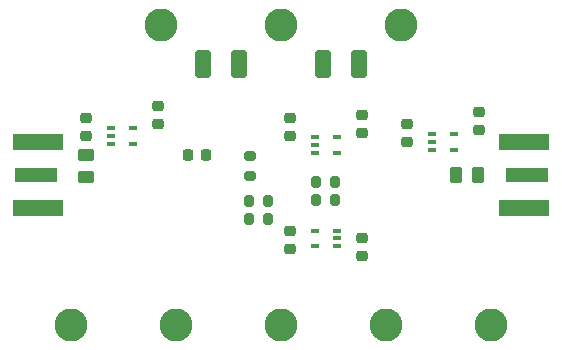
<source format=gts>
%TF.GenerationSoftware,KiCad,Pcbnew,(6.0.2-0)*%
%TF.CreationDate,2022-04-12T18:59:20-07:00*%
%TF.ProjectId,bootstrap_exp,626f6f74-7374-4726-9170-5f6578702e6b,rev?*%
%TF.SameCoordinates,Original*%
%TF.FileFunction,Soldermask,Top*%
%TF.FilePolarity,Negative*%
%FSLAX46Y46*%
G04 Gerber Fmt 4.6, Leading zero omitted, Abs format (unit mm)*
G04 Created by KiCad (PCBNEW (6.0.2-0)) date 2022-04-12 18:59:20*
%MOMM*%
%LPD*%
G01*
G04 APERTURE LIST*
G04 Aperture macros list*
%AMRoundRect*
0 Rectangle with rounded corners*
0 $1 Rounding radius*
0 $2 $3 $4 $5 $6 $7 $8 $9 X,Y pos of 4 corners*
0 Add a 4 corners polygon primitive as box body*
4,1,4,$2,$3,$4,$5,$6,$7,$8,$9,$2,$3,0*
0 Add four circle primitives for the rounded corners*
1,1,$1+$1,$2,$3*
1,1,$1+$1,$4,$5*
1,1,$1+$1,$6,$7*
1,1,$1+$1,$8,$9*
0 Add four rect primitives between the rounded corners*
20,1,$1+$1,$2,$3,$4,$5,0*
20,1,$1+$1,$4,$5,$6,$7,0*
20,1,$1+$1,$6,$7,$8,$9,0*
20,1,$1+$1,$8,$9,$2,$3,0*%
G04 Aperture macros list end*
%ADD10RoundRect,0.200000X-0.200000X-0.275000X0.200000X-0.275000X0.200000X0.275000X-0.200000X0.275000X0*%
%ADD11RoundRect,0.225000X0.250000X-0.225000X0.250000X0.225000X-0.250000X0.225000X-0.250000X-0.225000X0*%
%ADD12RoundRect,0.250000X-0.412500X-0.925000X0.412500X-0.925000X0.412500X0.925000X-0.412500X0.925000X0*%
%ADD13R,0.650000X0.400000*%
%ADD14C,2.800000*%
%ADD15RoundRect,0.200000X0.200000X0.275000X-0.200000X0.275000X-0.200000X-0.275000X0.200000X-0.275000X0*%
%ADD16RoundRect,0.250000X0.412500X0.925000X-0.412500X0.925000X-0.412500X-0.925000X0.412500X-0.925000X0*%
%ADD17RoundRect,0.225000X-0.250000X0.225000X-0.250000X-0.225000X0.250000X-0.225000X0.250000X0.225000X0*%
%ADD18RoundRect,0.200000X-0.275000X0.200000X-0.275000X-0.200000X0.275000X-0.200000X0.275000X0.200000X0*%
%ADD19RoundRect,0.250000X0.450000X-0.262500X0.450000X0.262500X-0.450000X0.262500X-0.450000X-0.262500X0*%
%ADD20R,4.200000X1.350000*%
%ADD21R,3.600000X1.270000*%
%ADD22RoundRect,0.225000X0.225000X0.250000X-0.225000X0.250000X-0.225000X-0.250000X0.225000X-0.250000X0*%
%ADD23RoundRect,0.250000X-0.262500X-0.450000X0.262500X-0.450000X0.262500X0.450000X-0.262500X0.450000X0*%
G04 APERTURE END LIST*
D10*
%TO.C,R3*%
X137554200Y-98666000D03*
X139204200Y-98666000D03*
%TD*%
D11*
%TO.C,C3*%
X141478000Y-92964000D03*
X141478000Y-91414000D03*
%TD*%
%TO.C,C10*%
X124206000Y-92215000D03*
X124206000Y-90665000D03*
%TD*%
D12*
%TO.C,C2*%
X128002500Y-87122000D03*
X131077500Y-87122000D03*
%TD*%
D11*
%TO.C,C11*%
X118110000Y-93231000D03*
X118110000Y-91681000D03*
%TD*%
D10*
%TO.C,R6*%
X131890000Y-100203000D03*
X133540000Y-100203000D03*
%TD*%
D11*
%TO.C,C9*%
X145288000Y-93739000D03*
X145288000Y-92189000D03*
%TD*%
%TO.C,C7*%
X135382000Y-93218000D03*
X135382000Y-91668000D03*
%TD*%
D13*
%TO.C,U4*%
X120208000Y-92568000D03*
X120208000Y-93218000D03*
X120208000Y-93868000D03*
X122108000Y-93868000D03*
X122108000Y-92568000D03*
%TD*%
%TO.C,U2*%
X139380000Y-102517000D03*
X139380000Y-101867000D03*
X139380000Y-101217000D03*
X137480000Y-101217000D03*
X137480000Y-102517000D03*
%TD*%
D14*
%TO.C,TP7*%
X152400000Y-109220000D03*
%TD*%
D15*
%TO.C,R2*%
X139204200Y-97142000D03*
X137554200Y-97142000D03*
%TD*%
D14*
%TO.C,TP1*%
X124460000Y-83820000D03*
%TD*%
%TO.C,TP6*%
X125730000Y-109220000D03*
%TD*%
D16*
%TO.C,C6*%
X141237500Y-87122000D03*
X138162500Y-87122000D03*
%TD*%
D10*
%TO.C,R5*%
X131890000Y-98679000D03*
X133540000Y-98679000D03*
%TD*%
D17*
%TO.C,C8*%
X141478000Y-101854000D03*
X141478000Y-103404000D03*
%TD*%
D18*
%TO.C,R4*%
X131953000Y-94920000D03*
X131953000Y-96570000D03*
%TD*%
D19*
%TO.C,R1*%
X118110000Y-96670500D03*
X118110000Y-94845500D03*
%TD*%
D11*
%TO.C,C4*%
X135382000Y-102782000D03*
X135382000Y-101232000D03*
%TD*%
%TO.C,C5*%
X151384000Y-92723000D03*
X151384000Y-91173000D03*
%TD*%
D14*
%TO.C,TP3*%
X134620000Y-83820000D03*
%TD*%
D20*
%TO.C,J2*%
X155194000Y-93695000D03*
X155194000Y-99345000D03*
D21*
X155394000Y-96520000D03*
%TD*%
%TO.C,J1*%
X113846000Y-96520000D03*
D20*
X114046000Y-99345000D03*
X114046000Y-93695000D03*
%TD*%
D14*
%TO.C,TP2*%
X144780000Y-83820000D03*
%TD*%
%TO.C,TP4*%
X116840000Y-109220000D03*
%TD*%
%TO.C,TP8*%
X134620000Y-109220000D03*
%TD*%
%TO.C,TP5*%
X143510000Y-109220000D03*
%TD*%
D22*
%TO.C,C1*%
X128283000Y-94856000D03*
X126733000Y-94856000D03*
%TD*%
D13*
%TO.C,U1*%
X137480000Y-93317000D03*
X137480000Y-93967000D03*
X137480000Y-94617000D03*
X139380000Y-94617000D03*
X139380000Y-93317000D03*
%TD*%
D23*
%TO.C,R7*%
X149455500Y-96520000D03*
X151280500Y-96520000D03*
%TD*%
D13*
%TO.C,U3*%
X147386000Y-93076000D03*
X147386000Y-93726000D03*
X147386000Y-94376000D03*
X149286000Y-94376000D03*
X149286000Y-93076000D03*
%TD*%
M02*

</source>
